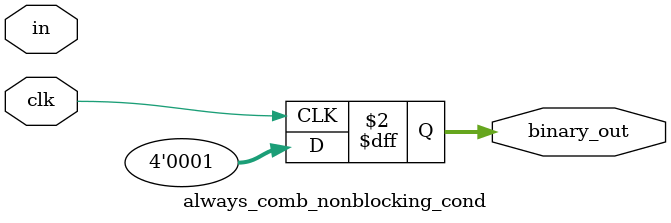
<source format=sv>
module always_comb_nonblocking_cond(
clk,
in,
binary_out //  4 bit binary Output
);
output bit [3:0] binary_out  ;
input bit [3:0] in;
input bit clk;
      
 always_ff @ (posedge clk) begin
    if(1'b1)
        binary_out = 4'd1; 
    else
        binary_out <= in;
 end

endmodule
</source>
